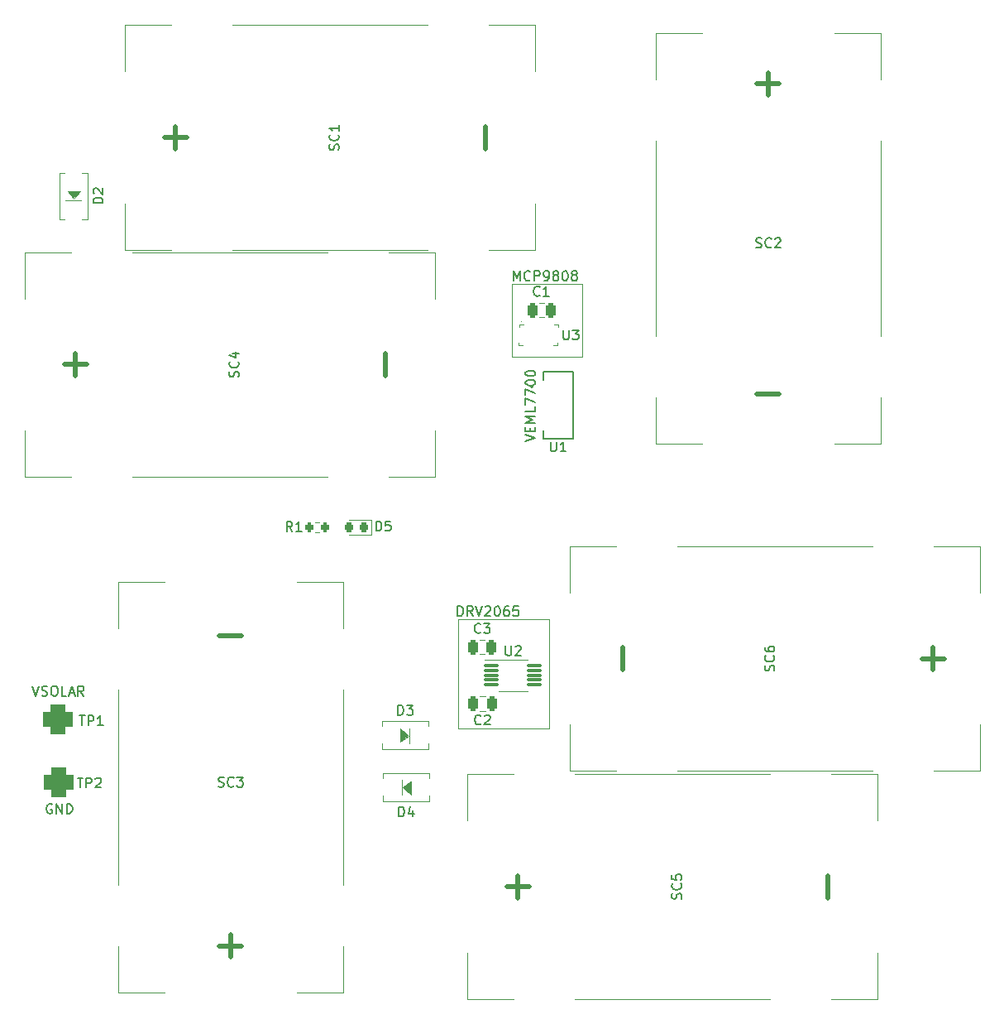
<source format=gbr>
%TF.GenerationSoftware,KiCad,Pcbnew,(6.0.11)*%
%TF.CreationDate,2023-03-22T16:16:07-07:00*%
%TF.ProjectId,solar-panel-side-Z,736f6c61-722d-4706-916e-656c2d736964,3.0*%
%TF.SameCoordinates,Original*%
%TF.FileFunction,Legend,Top*%
%TF.FilePolarity,Positive*%
%FSLAX46Y46*%
G04 Gerber Fmt 4.6, Leading zero omitted, Abs format (unit mm)*
G04 Created by KiCad (PCBNEW (6.0.11)) date 2023-03-22 16:16:07*
%MOMM*%
%LPD*%
G01*
G04 APERTURE LIST*
G04 Aperture macros list*
%AMRoundRect*
0 Rectangle with rounded corners*
0 $1 Rounding radius*
0 $2 $3 $4 $5 $6 $7 $8 $9 X,Y pos of 4 corners*
0 Add a 4 corners polygon primitive as box body*
4,1,4,$2,$3,$4,$5,$6,$7,$8,$9,$2,$3,0*
0 Add four circle primitives for the rounded corners*
1,1,$1+$1,$2,$3*
1,1,$1+$1,$4,$5*
1,1,$1+$1,$6,$7*
1,1,$1+$1,$8,$9*
0 Add four rect primitives between the rounded corners*
20,1,$1+$1,$2,$3,$4,$5,0*
20,1,$1+$1,$4,$5,$6,$7,0*
20,1,$1+$1,$6,$7,$8,$9,0*
20,1,$1+$1,$8,$9,$2,$3,0*%
G04 Aperture macros list end*
%ADD10C,0.120000*%
%ADD11C,0.150000*%
%ADD12C,0.500000*%
%ADD13C,0.100000*%
%ADD14C,0.127000*%
%ADD15C,0.200000*%
%ADD16C,5.250000*%
%ADD17R,2.500000X1.700000*%
%ADD18RoundRect,0.750000X-0.750000X-0.750000X0.750000X-0.750000X0.750000X0.750000X-0.750000X0.750000X0*%
%ADD19RoundRect,0.218750X0.218750X0.256250X-0.218750X0.256250X-0.218750X-0.256250X0.218750X-0.256250X0*%
%ADD20RoundRect,0.250000X0.250000X0.475000X-0.250000X0.475000X-0.250000X-0.475000X0.250000X-0.475000X0*%
%ADD21R,0.750000X0.300000*%
%ADD22R,1.750000X1.450000*%
%ADD23R,3.000000X13.000000*%
%ADD24R,13.000000X3.000000*%
%ADD25RoundRect,0.200000X-0.200000X-0.275000X0.200000X-0.275000X0.200000X0.275000X-0.200000X0.275000X0*%
%ADD26RoundRect,0.075000X-0.650000X-0.075000X0.650000X-0.075000X0.650000X0.075000X-0.650000X0.075000X0*%
%ADD27R,1.600000X0.700000*%
%ADD28R,1.700000X2.500000*%
%ADD29C,1.800000*%
%ADD30R,3.000000X3.000000*%
%ADD31C,3.000000*%
G04 APERTURE END LIST*
D10*
X150520000Y-61600000D02*
X157730000Y-61600000D01*
X157730000Y-61600000D02*
X157730000Y-69090000D01*
X157730000Y-69090000D02*
X150520000Y-69090000D01*
X150520000Y-69090000D02*
X150520000Y-61600000D01*
X145010000Y-95900000D02*
X154370000Y-95900000D01*
X154370000Y-95900000D02*
X154370000Y-107040000D01*
X154370000Y-107040000D02*
X145010000Y-107040000D01*
X145010000Y-107040000D02*
X145010000Y-95900000D01*
D11*
X103428095Y-114830000D02*
X103332857Y-114782380D01*
X103190000Y-114782380D01*
X103047142Y-114830000D01*
X102951904Y-114925238D01*
X102904285Y-115020476D01*
X102856666Y-115210952D01*
X102856666Y-115353809D01*
X102904285Y-115544285D01*
X102951904Y-115639523D01*
X103047142Y-115734761D01*
X103190000Y-115782380D01*
X103285238Y-115782380D01*
X103428095Y-115734761D01*
X103475714Y-115687142D01*
X103475714Y-115353809D01*
X103285238Y-115353809D01*
X103904285Y-115782380D02*
X103904285Y-114782380D01*
X104475714Y-115782380D01*
X104475714Y-114782380D01*
X104951904Y-115782380D02*
X104951904Y-114782380D01*
X105190000Y-114782380D01*
X105332857Y-114830000D01*
X105428095Y-114925238D01*
X105475714Y-115020476D01*
X105523333Y-115210952D01*
X105523333Y-115353809D01*
X105475714Y-115544285D01*
X105428095Y-115639523D01*
X105332857Y-115734761D01*
X105190000Y-115782380D01*
X104951904Y-115782380D01*
X151912380Y-77696666D02*
X152912380Y-77363333D01*
X151912380Y-77030000D01*
X152388571Y-76696666D02*
X152388571Y-76363333D01*
X152912380Y-76220476D02*
X152912380Y-76696666D01*
X151912380Y-76696666D01*
X151912380Y-76220476D01*
X152912380Y-75791904D02*
X151912380Y-75791904D01*
X152626666Y-75458571D01*
X151912380Y-75125238D01*
X152912380Y-75125238D01*
X152912380Y-74172857D02*
X152912380Y-74649047D01*
X151912380Y-74649047D01*
X151912380Y-73934761D02*
X151912380Y-73268095D01*
X152912380Y-73696666D01*
X151912380Y-72982380D02*
X151912380Y-72315714D01*
X152912380Y-72744285D01*
X151912380Y-71744285D02*
X151912380Y-71649047D01*
X151960000Y-71553809D01*
X152007619Y-71506190D01*
X152102857Y-71458571D01*
X152293333Y-71410952D01*
X152531428Y-71410952D01*
X152721904Y-71458571D01*
X152817142Y-71506190D01*
X152864761Y-71553809D01*
X152912380Y-71649047D01*
X152912380Y-71744285D01*
X152864761Y-71839523D01*
X152817142Y-71887142D01*
X152721904Y-71934761D01*
X152531428Y-71982380D01*
X152293333Y-71982380D01*
X152102857Y-71934761D01*
X152007619Y-71887142D01*
X151960000Y-71839523D01*
X151912380Y-71744285D01*
X151912380Y-70791904D02*
X151912380Y-70696666D01*
X151960000Y-70601428D01*
X152007619Y-70553809D01*
X152102857Y-70506190D01*
X152293333Y-70458571D01*
X152531428Y-70458571D01*
X152721904Y-70506190D01*
X152817142Y-70553809D01*
X152864761Y-70601428D01*
X152912380Y-70696666D01*
X152912380Y-70791904D01*
X152864761Y-70887142D01*
X152817142Y-70934761D01*
X152721904Y-70982380D01*
X152531428Y-71030000D01*
X152293333Y-71030000D01*
X152102857Y-70982380D01*
X152007619Y-70934761D01*
X151960000Y-70887142D01*
X151912380Y-70791904D01*
X150671904Y-61272380D02*
X150671904Y-60272380D01*
X151005238Y-60986666D01*
X151338571Y-60272380D01*
X151338571Y-61272380D01*
X152386190Y-61177142D02*
X152338571Y-61224761D01*
X152195714Y-61272380D01*
X152100476Y-61272380D01*
X151957619Y-61224761D01*
X151862380Y-61129523D01*
X151814761Y-61034285D01*
X151767142Y-60843809D01*
X151767142Y-60700952D01*
X151814761Y-60510476D01*
X151862380Y-60415238D01*
X151957619Y-60320000D01*
X152100476Y-60272380D01*
X152195714Y-60272380D01*
X152338571Y-60320000D01*
X152386190Y-60367619D01*
X152814761Y-61272380D02*
X152814761Y-60272380D01*
X153195714Y-60272380D01*
X153290952Y-60320000D01*
X153338571Y-60367619D01*
X153386190Y-60462857D01*
X153386190Y-60605714D01*
X153338571Y-60700952D01*
X153290952Y-60748571D01*
X153195714Y-60796190D01*
X152814761Y-60796190D01*
X153862380Y-61272380D02*
X154052857Y-61272380D01*
X154148095Y-61224761D01*
X154195714Y-61177142D01*
X154290952Y-61034285D01*
X154338571Y-60843809D01*
X154338571Y-60462857D01*
X154290952Y-60367619D01*
X154243333Y-60320000D01*
X154148095Y-60272380D01*
X153957619Y-60272380D01*
X153862380Y-60320000D01*
X153814761Y-60367619D01*
X153767142Y-60462857D01*
X153767142Y-60700952D01*
X153814761Y-60796190D01*
X153862380Y-60843809D01*
X153957619Y-60891428D01*
X154148095Y-60891428D01*
X154243333Y-60843809D01*
X154290952Y-60796190D01*
X154338571Y-60700952D01*
X154910000Y-60700952D02*
X154814761Y-60653333D01*
X154767142Y-60605714D01*
X154719523Y-60510476D01*
X154719523Y-60462857D01*
X154767142Y-60367619D01*
X154814761Y-60320000D01*
X154910000Y-60272380D01*
X155100476Y-60272380D01*
X155195714Y-60320000D01*
X155243333Y-60367619D01*
X155290952Y-60462857D01*
X155290952Y-60510476D01*
X155243333Y-60605714D01*
X155195714Y-60653333D01*
X155100476Y-60700952D01*
X154910000Y-60700952D01*
X154814761Y-60748571D01*
X154767142Y-60796190D01*
X154719523Y-60891428D01*
X154719523Y-61081904D01*
X154767142Y-61177142D01*
X154814761Y-61224761D01*
X154910000Y-61272380D01*
X155100476Y-61272380D01*
X155195714Y-61224761D01*
X155243333Y-61177142D01*
X155290952Y-61081904D01*
X155290952Y-60891428D01*
X155243333Y-60796190D01*
X155195714Y-60748571D01*
X155100476Y-60700952D01*
X155910000Y-60272380D02*
X156005238Y-60272380D01*
X156100476Y-60320000D01*
X156148095Y-60367619D01*
X156195714Y-60462857D01*
X156243333Y-60653333D01*
X156243333Y-60891428D01*
X156195714Y-61081904D01*
X156148095Y-61177142D01*
X156100476Y-61224761D01*
X156005238Y-61272380D01*
X155910000Y-61272380D01*
X155814761Y-61224761D01*
X155767142Y-61177142D01*
X155719523Y-61081904D01*
X155671904Y-60891428D01*
X155671904Y-60653333D01*
X155719523Y-60462857D01*
X155767142Y-60367619D01*
X155814761Y-60320000D01*
X155910000Y-60272380D01*
X156814761Y-60700952D02*
X156719523Y-60653333D01*
X156671904Y-60605714D01*
X156624285Y-60510476D01*
X156624285Y-60462857D01*
X156671904Y-60367619D01*
X156719523Y-60320000D01*
X156814761Y-60272380D01*
X157005238Y-60272380D01*
X157100476Y-60320000D01*
X157148095Y-60367619D01*
X157195714Y-60462857D01*
X157195714Y-60510476D01*
X157148095Y-60605714D01*
X157100476Y-60653333D01*
X157005238Y-60700952D01*
X156814761Y-60700952D01*
X156719523Y-60748571D01*
X156671904Y-60796190D01*
X156624285Y-60891428D01*
X156624285Y-61081904D01*
X156671904Y-61177142D01*
X156719523Y-61224761D01*
X156814761Y-61272380D01*
X157005238Y-61272380D01*
X157100476Y-61224761D01*
X157148095Y-61177142D01*
X157195714Y-61081904D01*
X157195714Y-60891428D01*
X157148095Y-60796190D01*
X157100476Y-60748571D01*
X157005238Y-60700952D01*
X144964761Y-95562380D02*
X144964761Y-94562380D01*
X145202857Y-94562380D01*
X145345714Y-94610000D01*
X145440952Y-94705238D01*
X145488571Y-94800476D01*
X145536190Y-94990952D01*
X145536190Y-95133809D01*
X145488571Y-95324285D01*
X145440952Y-95419523D01*
X145345714Y-95514761D01*
X145202857Y-95562380D01*
X144964761Y-95562380D01*
X146536190Y-95562380D02*
X146202857Y-95086190D01*
X145964761Y-95562380D02*
X145964761Y-94562380D01*
X146345714Y-94562380D01*
X146440952Y-94610000D01*
X146488571Y-94657619D01*
X146536190Y-94752857D01*
X146536190Y-94895714D01*
X146488571Y-94990952D01*
X146440952Y-95038571D01*
X146345714Y-95086190D01*
X145964761Y-95086190D01*
X146821904Y-94562380D02*
X147155238Y-95562380D01*
X147488571Y-94562380D01*
X147774285Y-94657619D02*
X147821904Y-94610000D01*
X147917142Y-94562380D01*
X148155238Y-94562380D01*
X148250476Y-94610000D01*
X148298095Y-94657619D01*
X148345714Y-94752857D01*
X148345714Y-94848095D01*
X148298095Y-94990952D01*
X147726666Y-95562380D01*
X148345714Y-95562380D01*
X148964761Y-94562380D02*
X149060000Y-94562380D01*
X149155238Y-94610000D01*
X149202857Y-94657619D01*
X149250476Y-94752857D01*
X149298095Y-94943333D01*
X149298095Y-95181428D01*
X149250476Y-95371904D01*
X149202857Y-95467142D01*
X149155238Y-95514761D01*
X149060000Y-95562380D01*
X148964761Y-95562380D01*
X148869523Y-95514761D01*
X148821904Y-95467142D01*
X148774285Y-95371904D01*
X148726666Y-95181428D01*
X148726666Y-94943333D01*
X148774285Y-94752857D01*
X148821904Y-94657619D01*
X148869523Y-94610000D01*
X148964761Y-94562380D01*
X150155238Y-94562380D02*
X149964761Y-94562380D01*
X149869523Y-94610000D01*
X149821904Y-94657619D01*
X149726666Y-94800476D01*
X149679047Y-94990952D01*
X149679047Y-95371904D01*
X149726666Y-95467142D01*
X149774285Y-95514761D01*
X149869523Y-95562380D01*
X150060000Y-95562380D01*
X150155238Y-95514761D01*
X150202857Y-95467142D01*
X150250476Y-95371904D01*
X150250476Y-95133809D01*
X150202857Y-95038571D01*
X150155238Y-94990952D01*
X150060000Y-94943333D01*
X149869523Y-94943333D01*
X149774285Y-94990952D01*
X149726666Y-95038571D01*
X149679047Y-95133809D01*
X151155238Y-94562380D02*
X150679047Y-94562380D01*
X150631428Y-95038571D01*
X150679047Y-94990952D01*
X150774285Y-94943333D01*
X151012380Y-94943333D01*
X151107619Y-94990952D01*
X151155238Y-95038571D01*
X151202857Y-95133809D01*
X151202857Y-95371904D01*
X151155238Y-95467142D01*
X151107619Y-95514761D01*
X151012380Y-95562380D01*
X150774285Y-95562380D01*
X150679047Y-95514761D01*
X150631428Y-95467142D01*
X101443333Y-102732380D02*
X101776666Y-103732380D01*
X102110000Y-102732380D01*
X102395714Y-103684761D02*
X102538571Y-103732380D01*
X102776666Y-103732380D01*
X102871904Y-103684761D01*
X102919523Y-103637142D01*
X102967142Y-103541904D01*
X102967142Y-103446666D01*
X102919523Y-103351428D01*
X102871904Y-103303809D01*
X102776666Y-103256190D01*
X102586190Y-103208571D01*
X102490952Y-103160952D01*
X102443333Y-103113333D01*
X102395714Y-103018095D01*
X102395714Y-102922857D01*
X102443333Y-102827619D01*
X102490952Y-102780000D01*
X102586190Y-102732380D01*
X102824285Y-102732380D01*
X102967142Y-102780000D01*
X103586190Y-102732380D02*
X103776666Y-102732380D01*
X103871904Y-102780000D01*
X103967142Y-102875238D01*
X104014761Y-103065714D01*
X104014761Y-103399047D01*
X103967142Y-103589523D01*
X103871904Y-103684761D01*
X103776666Y-103732380D01*
X103586190Y-103732380D01*
X103490952Y-103684761D01*
X103395714Y-103589523D01*
X103348095Y-103399047D01*
X103348095Y-103065714D01*
X103395714Y-102875238D01*
X103490952Y-102780000D01*
X103586190Y-102732380D01*
X104919523Y-103732380D02*
X104443333Y-103732380D01*
X104443333Y-102732380D01*
X105205238Y-103446666D02*
X105681428Y-103446666D01*
X105110000Y-103732380D02*
X105443333Y-102732380D01*
X105776666Y-103732380D01*
X106681428Y-103732380D02*
X106348095Y-103256190D01*
X106110000Y-103732380D02*
X106110000Y-102732380D01*
X106490952Y-102732380D01*
X106586190Y-102780000D01*
X106633809Y-102827619D01*
X106681428Y-102922857D01*
X106681428Y-103065714D01*
X106633809Y-103160952D01*
X106586190Y-103208571D01*
X106490952Y-103256190D01*
X106110000Y-103256190D01*
%TO.C,J4*%
X110166666Y-84952380D02*
X110166666Y-85666666D01*
X110119047Y-85809523D01*
X110023809Y-85904761D01*
X109880952Y-85952380D01*
X109785714Y-85952380D01*
X111071428Y-85285714D02*
X111071428Y-85952380D01*
X110833333Y-84904761D02*
X110595238Y-85619047D01*
X111214285Y-85619047D01*
%TO.C,J5*%
X141416666Y-123952380D02*
X141416666Y-124666666D01*
X141369047Y-124809523D01*
X141273809Y-124904761D01*
X141130952Y-124952380D01*
X141035714Y-124952380D01*
X142369047Y-123952380D02*
X141892857Y-123952380D01*
X141845238Y-124428571D01*
X141892857Y-124380952D01*
X141988095Y-124333333D01*
X142226190Y-124333333D01*
X142321428Y-124380952D01*
X142369047Y-124428571D01*
X142416666Y-124523809D01*
X142416666Y-124761904D01*
X142369047Y-124857142D01*
X142321428Y-124904761D01*
X142226190Y-124952380D01*
X141988095Y-124952380D01*
X141892857Y-124904761D01*
X141845238Y-124857142D01*
%TO.C,J6*%
X156916666Y-45952380D02*
X156916666Y-46666666D01*
X156869047Y-46809523D01*
X156773809Y-46904761D01*
X156630952Y-46952380D01*
X156535714Y-46952380D01*
X157821428Y-45952380D02*
X157630952Y-45952380D01*
X157535714Y-46000000D01*
X157488095Y-46047619D01*
X157392857Y-46190476D01*
X157345238Y-46380952D01*
X157345238Y-46761904D01*
X157392857Y-46857142D01*
X157440476Y-46904761D01*
X157535714Y-46952380D01*
X157726190Y-46952380D01*
X157821428Y-46904761D01*
X157869047Y-46857142D01*
X157916666Y-46761904D01*
X157916666Y-46523809D01*
X157869047Y-46428571D01*
X157821428Y-46380952D01*
X157726190Y-46333333D01*
X157535714Y-46333333D01*
X157440476Y-46380952D01*
X157392857Y-46428571D01*
X157345238Y-46523809D01*
%TO.C,J7*%
X188166666Y-84952380D02*
X188166666Y-85666666D01*
X188119047Y-85809523D01*
X188023809Y-85904761D01*
X187880952Y-85952380D01*
X187785714Y-85952380D01*
X188547619Y-84952380D02*
X189214285Y-84952380D01*
X188785714Y-85952380D01*
%TO.C,D3*%
X138851904Y-105682380D02*
X138851904Y-104682380D01*
X139090000Y-104682380D01*
X139232857Y-104730000D01*
X139328095Y-104825238D01*
X139375714Y-104920476D01*
X139423333Y-105110952D01*
X139423333Y-105253809D01*
X139375714Y-105444285D01*
X139328095Y-105539523D01*
X139232857Y-105634761D01*
X139090000Y-105682380D01*
X138851904Y-105682380D01*
X139756666Y-104682380D02*
X140375714Y-104682380D01*
X140042380Y-105063333D01*
X140185238Y-105063333D01*
X140280476Y-105110952D01*
X140328095Y-105158571D01*
X140375714Y-105253809D01*
X140375714Y-105491904D01*
X140328095Y-105587142D01*
X140280476Y-105634761D01*
X140185238Y-105682380D01*
X139899523Y-105682380D01*
X139804285Y-105634761D01*
X139756666Y-105587142D01*
%TO.C,TP1*%
X106228095Y-105752380D02*
X106799523Y-105752380D01*
X106513809Y-106752380D02*
X106513809Y-105752380D01*
X107132857Y-106752380D02*
X107132857Y-105752380D01*
X107513809Y-105752380D01*
X107609047Y-105800000D01*
X107656666Y-105847619D01*
X107704285Y-105942857D01*
X107704285Y-106085714D01*
X107656666Y-106180952D01*
X107609047Y-106228571D01*
X107513809Y-106276190D01*
X107132857Y-106276190D01*
X108656666Y-106752380D02*
X108085238Y-106752380D01*
X108370952Y-106752380D02*
X108370952Y-105752380D01*
X108275714Y-105895238D01*
X108180476Y-105990476D01*
X108085238Y-106038095D01*
%TO.C,D5*%
X136599404Y-86872380D02*
X136599404Y-85872380D01*
X136837500Y-85872380D01*
X136980357Y-85920000D01*
X137075595Y-86015238D01*
X137123214Y-86110476D01*
X137170833Y-86300952D01*
X137170833Y-86443809D01*
X137123214Y-86634285D01*
X137075595Y-86729523D01*
X136980357Y-86824761D01*
X136837500Y-86872380D01*
X136599404Y-86872380D01*
X138075595Y-85872380D02*
X137599404Y-85872380D01*
X137551785Y-86348571D01*
X137599404Y-86300952D01*
X137694642Y-86253333D01*
X137932738Y-86253333D01*
X138027976Y-86300952D01*
X138075595Y-86348571D01*
X138123214Y-86443809D01*
X138123214Y-86681904D01*
X138075595Y-86777142D01*
X138027976Y-86824761D01*
X137932738Y-86872380D01*
X137694642Y-86872380D01*
X137599404Y-86824761D01*
X137551785Y-86777142D01*
%TO.C,C3*%
X147313333Y-97227142D02*
X147265714Y-97274761D01*
X147122857Y-97322380D01*
X147027619Y-97322380D01*
X146884761Y-97274761D01*
X146789523Y-97179523D01*
X146741904Y-97084285D01*
X146694285Y-96893809D01*
X146694285Y-96750952D01*
X146741904Y-96560476D01*
X146789523Y-96465238D01*
X146884761Y-96370000D01*
X147027619Y-96322380D01*
X147122857Y-96322380D01*
X147265714Y-96370000D01*
X147313333Y-96417619D01*
X147646666Y-96322380D02*
X148265714Y-96322380D01*
X147932380Y-96703333D01*
X148075238Y-96703333D01*
X148170476Y-96750952D01*
X148218095Y-96798571D01*
X148265714Y-96893809D01*
X148265714Y-97131904D01*
X148218095Y-97227142D01*
X148170476Y-97274761D01*
X148075238Y-97322380D01*
X147789523Y-97322380D01*
X147694285Y-97274761D01*
X147646666Y-97227142D01*
%TO.C,U3*%
X155768095Y-66312380D02*
X155768095Y-67121904D01*
X155815714Y-67217142D01*
X155863333Y-67264761D01*
X155958571Y-67312380D01*
X156149047Y-67312380D01*
X156244285Y-67264761D01*
X156291904Y-67217142D01*
X156339523Y-67121904D01*
X156339523Y-66312380D01*
X156720476Y-66312380D02*
X157339523Y-66312380D01*
X157006190Y-66693333D01*
X157149047Y-66693333D01*
X157244285Y-66740952D01*
X157291904Y-66788571D01*
X157339523Y-66883809D01*
X157339523Y-67121904D01*
X157291904Y-67217142D01*
X157244285Y-67264761D01*
X157149047Y-67312380D01*
X156863333Y-67312380D01*
X156768095Y-67264761D01*
X156720476Y-67217142D01*
%TO.C,SC5*%
X167834761Y-124501904D02*
X167882380Y-124359047D01*
X167882380Y-124120952D01*
X167834761Y-124025714D01*
X167787142Y-123978095D01*
X167691904Y-123930476D01*
X167596666Y-123930476D01*
X167501428Y-123978095D01*
X167453809Y-124025714D01*
X167406190Y-124120952D01*
X167358571Y-124311428D01*
X167310952Y-124406666D01*
X167263333Y-124454285D01*
X167168095Y-124501904D01*
X167072857Y-124501904D01*
X166977619Y-124454285D01*
X166930000Y-124406666D01*
X166882380Y-124311428D01*
X166882380Y-124073333D01*
X166930000Y-123930476D01*
X167787142Y-122930476D02*
X167834761Y-122978095D01*
X167882380Y-123120952D01*
X167882380Y-123216190D01*
X167834761Y-123359047D01*
X167739523Y-123454285D01*
X167644285Y-123501904D01*
X167453809Y-123549523D01*
X167310952Y-123549523D01*
X167120476Y-123501904D01*
X167025238Y-123454285D01*
X166930000Y-123359047D01*
X166882380Y-123216190D01*
X166882380Y-123120952D01*
X166930000Y-122978095D01*
X166977619Y-122930476D01*
X166882380Y-122025714D02*
X166882380Y-122501904D01*
X167358571Y-122549523D01*
X167310952Y-122501904D01*
X167263333Y-122406666D01*
X167263333Y-122168571D01*
X167310952Y-122073333D01*
X167358571Y-122025714D01*
X167453809Y-121978095D01*
X167691904Y-121978095D01*
X167787142Y-122025714D01*
X167834761Y-122073333D01*
X167882380Y-122168571D01*
X167882380Y-122406666D01*
X167834761Y-122501904D01*
X167787142Y-122549523D01*
D12*
X151144285Y-124382857D02*
X151144285Y-122097142D01*
X152287142Y-123240000D02*
X150001428Y-123240000D01*
X182894285Y-124382857D02*
X182894285Y-122097142D01*
D11*
%TO.C,TP2*%
X106028095Y-112112380D02*
X106599523Y-112112380D01*
X106313809Y-113112380D02*
X106313809Y-112112380D01*
X106932857Y-113112380D02*
X106932857Y-112112380D01*
X107313809Y-112112380D01*
X107409047Y-112160000D01*
X107456666Y-112207619D01*
X107504285Y-112302857D01*
X107504285Y-112445714D01*
X107456666Y-112540952D01*
X107409047Y-112588571D01*
X107313809Y-112636190D01*
X106932857Y-112636190D01*
X107885238Y-112207619D02*
X107932857Y-112160000D01*
X108028095Y-112112380D01*
X108266190Y-112112380D01*
X108361428Y-112160000D01*
X108409047Y-112207619D01*
X108456666Y-112302857D01*
X108456666Y-112398095D01*
X108409047Y-112540952D01*
X107837619Y-113112380D01*
X108456666Y-113112380D01*
%TO.C,SC3*%
X120458095Y-112994761D02*
X120600952Y-113042380D01*
X120839047Y-113042380D01*
X120934285Y-112994761D01*
X120981904Y-112947142D01*
X121029523Y-112851904D01*
X121029523Y-112756666D01*
X120981904Y-112661428D01*
X120934285Y-112613809D01*
X120839047Y-112566190D01*
X120648571Y-112518571D01*
X120553333Y-112470952D01*
X120505714Y-112423333D01*
X120458095Y-112328095D01*
X120458095Y-112232857D01*
X120505714Y-112137619D01*
X120553333Y-112090000D01*
X120648571Y-112042380D01*
X120886666Y-112042380D01*
X121029523Y-112090000D01*
X122029523Y-112947142D02*
X121981904Y-112994761D01*
X121839047Y-113042380D01*
X121743809Y-113042380D01*
X121600952Y-112994761D01*
X121505714Y-112899523D01*
X121458095Y-112804285D01*
X121410476Y-112613809D01*
X121410476Y-112470952D01*
X121458095Y-112280476D01*
X121505714Y-112185238D01*
X121600952Y-112090000D01*
X121743809Y-112042380D01*
X121839047Y-112042380D01*
X121981904Y-112090000D01*
X122029523Y-112137619D01*
X122362857Y-112042380D02*
X122981904Y-112042380D01*
X122648571Y-112423333D01*
X122791428Y-112423333D01*
X122886666Y-112470952D01*
X122934285Y-112518571D01*
X122981904Y-112613809D01*
X122981904Y-112851904D01*
X122934285Y-112947142D01*
X122886666Y-112994761D01*
X122791428Y-113042380D01*
X122505714Y-113042380D01*
X122410476Y-112994761D01*
X122362857Y-112947142D01*
D12*
X120577142Y-97554285D02*
X122862857Y-97554285D01*
X120577142Y-129304285D02*
X122862857Y-129304285D01*
X121720000Y-130447142D02*
X121720000Y-128161428D01*
D11*
%TO.C,R1*%
X128035833Y-86907380D02*
X127702500Y-86431190D01*
X127464404Y-86907380D02*
X127464404Y-85907380D01*
X127845357Y-85907380D01*
X127940595Y-85955000D01*
X127988214Y-86002619D01*
X128035833Y-86097857D01*
X128035833Y-86240714D01*
X127988214Y-86335952D01*
X127940595Y-86383571D01*
X127845357Y-86431190D01*
X127464404Y-86431190D01*
X128988214Y-86907380D02*
X128416785Y-86907380D01*
X128702500Y-86907380D02*
X128702500Y-85907380D01*
X128607261Y-86050238D01*
X128512023Y-86145476D01*
X128416785Y-86193095D01*
%TO.C,C2*%
X147343333Y-106577142D02*
X147295714Y-106624761D01*
X147152857Y-106672380D01*
X147057619Y-106672380D01*
X146914761Y-106624761D01*
X146819523Y-106529523D01*
X146771904Y-106434285D01*
X146724285Y-106243809D01*
X146724285Y-106100952D01*
X146771904Y-105910476D01*
X146819523Y-105815238D01*
X146914761Y-105720000D01*
X147057619Y-105672380D01*
X147152857Y-105672380D01*
X147295714Y-105720000D01*
X147343333Y-105767619D01*
X147724285Y-105767619D02*
X147771904Y-105720000D01*
X147867142Y-105672380D01*
X148105238Y-105672380D01*
X148200476Y-105720000D01*
X148248095Y-105767619D01*
X148295714Y-105862857D01*
X148295714Y-105958095D01*
X148248095Y-106100952D01*
X147676666Y-106672380D01*
X148295714Y-106672380D01*
%TO.C,U2*%
X149878095Y-98612380D02*
X149878095Y-99421904D01*
X149925714Y-99517142D01*
X149973333Y-99564761D01*
X150068571Y-99612380D01*
X150259047Y-99612380D01*
X150354285Y-99564761D01*
X150401904Y-99517142D01*
X150449523Y-99421904D01*
X150449523Y-98612380D01*
X150878095Y-98707619D02*
X150925714Y-98660000D01*
X151020952Y-98612380D01*
X151259047Y-98612380D01*
X151354285Y-98660000D01*
X151401904Y-98707619D01*
X151449523Y-98802857D01*
X151449523Y-98898095D01*
X151401904Y-99040952D01*
X150830476Y-99612380D01*
X151449523Y-99612380D01*
%TO.C,D4*%
X138941904Y-116082380D02*
X138941904Y-115082380D01*
X139180000Y-115082380D01*
X139322857Y-115130000D01*
X139418095Y-115225238D01*
X139465714Y-115320476D01*
X139513333Y-115510952D01*
X139513333Y-115653809D01*
X139465714Y-115844285D01*
X139418095Y-115939523D01*
X139322857Y-116034761D01*
X139180000Y-116082380D01*
X138941904Y-116082380D01*
X140370476Y-115415714D02*
X140370476Y-116082380D01*
X140132380Y-115034761D02*
X139894285Y-115749047D01*
X140513333Y-115749047D01*
%TO.C,C1*%
X153363333Y-62752142D02*
X153315714Y-62799761D01*
X153172857Y-62847380D01*
X153077619Y-62847380D01*
X152934761Y-62799761D01*
X152839523Y-62704523D01*
X152791904Y-62609285D01*
X152744285Y-62418809D01*
X152744285Y-62275952D01*
X152791904Y-62085476D01*
X152839523Y-61990238D01*
X152934761Y-61895000D01*
X153077619Y-61847380D01*
X153172857Y-61847380D01*
X153315714Y-61895000D01*
X153363333Y-61942619D01*
X154315714Y-62847380D02*
X153744285Y-62847380D01*
X154030000Y-62847380D02*
X154030000Y-61847380D01*
X153934761Y-61990238D01*
X153839523Y-62085476D01*
X153744285Y-62133095D01*
%TO.C,U1*%
X154488095Y-77732380D02*
X154488095Y-78541904D01*
X154535714Y-78637142D01*
X154583333Y-78684761D01*
X154678571Y-78732380D01*
X154869047Y-78732380D01*
X154964285Y-78684761D01*
X155011904Y-78637142D01*
X155059523Y-78541904D01*
X155059523Y-77732380D01*
X156059523Y-78732380D02*
X155488095Y-78732380D01*
X155773809Y-78732380D02*
X155773809Y-77732380D01*
X155678571Y-77875238D01*
X155583333Y-77970476D01*
X155488095Y-78018095D01*
%TO.C,SC4*%
X122524761Y-71111904D02*
X122572380Y-70969047D01*
X122572380Y-70730952D01*
X122524761Y-70635714D01*
X122477142Y-70588095D01*
X122381904Y-70540476D01*
X122286666Y-70540476D01*
X122191428Y-70588095D01*
X122143809Y-70635714D01*
X122096190Y-70730952D01*
X122048571Y-70921428D01*
X122000952Y-71016666D01*
X121953333Y-71064285D01*
X121858095Y-71111904D01*
X121762857Y-71111904D01*
X121667619Y-71064285D01*
X121620000Y-71016666D01*
X121572380Y-70921428D01*
X121572380Y-70683333D01*
X121620000Y-70540476D01*
X122477142Y-69540476D02*
X122524761Y-69588095D01*
X122572380Y-69730952D01*
X122572380Y-69826190D01*
X122524761Y-69969047D01*
X122429523Y-70064285D01*
X122334285Y-70111904D01*
X122143809Y-70159523D01*
X122000952Y-70159523D01*
X121810476Y-70111904D01*
X121715238Y-70064285D01*
X121620000Y-69969047D01*
X121572380Y-69826190D01*
X121572380Y-69730952D01*
X121620000Y-69588095D01*
X121667619Y-69540476D01*
X121905714Y-68683333D02*
X122572380Y-68683333D01*
X121524761Y-68921428D02*
X122239047Y-69159523D01*
X122239047Y-68540476D01*
D12*
X105834285Y-70992857D02*
X105834285Y-68707142D01*
X106977142Y-69850000D02*
X104691428Y-69850000D01*
X137584285Y-70992857D02*
X137584285Y-68707142D01*
D11*
%TO.C,SC6*%
X177344761Y-101181904D02*
X177392380Y-101039047D01*
X177392380Y-100800952D01*
X177344761Y-100705714D01*
X177297142Y-100658095D01*
X177201904Y-100610476D01*
X177106666Y-100610476D01*
X177011428Y-100658095D01*
X176963809Y-100705714D01*
X176916190Y-100800952D01*
X176868571Y-100991428D01*
X176820952Y-101086666D01*
X176773333Y-101134285D01*
X176678095Y-101181904D01*
X176582857Y-101181904D01*
X176487619Y-101134285D01*
X176440000Y-101086666D01*
X176392380Y-100991428D01*
X176392380Y-100753333D01*
X176440000Y-100610476D01*
X177297142Y-99610476D02*
X177344761Y-99658095D01*
X177392380Y-99800952D01*
X177392380Y-99896190D01*
X177344761Y-100039047D01*
X177249523Y-100134285D01*
X177154285Y-100181904D01*
X176963809Y-100229523D01*
X176820952Y-100229523D01*
X176630476Y-100181904D01*
X176535238Y-100134285D01*
X176440000Y-100039047D01*
X176392380Y-99896190D01*
X176392380Y-99800952D01*
X176440000Y-99658095D01*
X176487619Y-99610476D01*
X176392380Y-98753333D02*
X176392380Y-98943809D01*
X176440000Y-99039047D01*
X176487619Y-99086666D01*
X176630476Y-99181904D01*
X176820952Y-99229523D01*
X177201904Y-99229523D01*
X177297142Y-99181904D01*
X177344761Y-99134285D01*
X177392380Y-99039047D01*
X177392380Y-98848571D01*
X177344761Y-98753333D01*
X177297142Y-98705714D01*
X177201904Y-98658095D01*
X176963809Y-98658095D01*
X176868571Y-98705714D01*
X176820952Y-98753333D01*
X176773333Y-98848571D01*
X176773333Y-99039047D01*
X176820952Y-99134285D01*
X176868571Y-99181904D01*
X176963809Y-99229523D01*
D12*
X193654285Y-101062857D02*
X193654285Y-98777142D01*
X194797142Y-99920000D02*
X192511428Y-99920000D01*
X161904285Y-101062857D02*
X161904285Y-98777142D01*
D11*
%TO.C,SC2*%
X175498095Y-57844761D02*
X175640952Y-57892380D01*
X175879047Y-57892380D01*
X175974285Y-57844761D01*
X176021904Y-57797142D01*
X176069523Y-57701904D01*
X176069523Y-57606666D01*
X176021904Y-57511428D01*
X175974285Y-57463809D01*
X175879047Y-57416190D01*
X175688571Y-57368571D01*
X175593333Y-57320952D01*
X175545714Y-57273333D01*
X175498095Y-57178095D01*
X175498095Y-57082857D01*
X175545714Y-56987619D01*
X175593333Y-56940000D01*
X175688571Y-56892380D01*
X175926666Y-56892380D01*
X176069523Y-56940000D01*
X177069523Y-57797142D02*
X177021904Y-57844761D01*
X176879047Y-57892380D01*
X176783809Y-57892380D01*
X176640952Y-57844761D01*
X176545714Y-57749523D01*
X176498095Y-57654285D01*
X176450476Y-57463809D01*
X176450476Y-57320952D01*
X176498095Y-57130476D01*
X176545714Y-57035238D01*
X176640952Y-56940000D01*
X176783809Y-56892380D01*
X176879047Y-56892380D01*
X177021904Y-56940000D01*
X177069523Y-56987619D01*
X177450476Y-56987619D02*
X177498095Y-56940000D01*
X177593333Y-56892380D01*
X177831428Y-56892380D01*
X177926666Y-56940000D01*
X177974285Y-56987619D01*
X178021904Y-57082857D01*
X178021904Y-57178095D01*
X177974285Y-57320952D01*
X177402857Y-57892380D01*
X178021904Y-57892380D01*
D12*
X175617142Y-41154285D02*
X177902857Y-41154285D01*
X176760000Y-42297142D02*
X176760000Y-40011428D01*
X175617142Y-72904285D02*
X177902857Y-72904285D01*
D11*
%TO.C,D2*%
X108642380Y-53328095D02*
X107642380Y-53328095D01*
X107642380Y-53090000D01*
X107690000Y-52947142D01*
X107785238Y-52851904D01*
X107880476Y-52804285D01*
X108070952Y-52756666D01*
X108213809Y-52756666D01*
X108404285Y-52804285D01*
X108499523Y-52851904D01*
X108594761Y-52947142D01*
X108642380Y-53090000D01*
X108642380Y-53328095D01*
X107737619Y-52375714D02*
X107690000Y-52328095D01*
X107642380Y-52232857D01*
X107642380Y-51994761D01*
X107690000Y-51899523D01*
X107737619Y-51851904D01*
X107832857Y-51804285D01*
X107928095Y-51804285D01*
X108070952Y-51851904D01*
X108642380Y-52423333D01*
X108642380Y-51804285D01*
%TO.C,SC1*%
X132774761Y-47891904D02*
X132822380Y-47749047D01*
X132822380Y-47510952D01*
X132774761Y-47415714D01*
X132727142Y-47368095D01*
X132631904Y-47320476D01*
X132536666Y-47320476D01*
X132441428Y-47368095D01*
X132393809Y-47415714D01*
X132346190Y-47510952D01*
X132298571Y-47701428D01*
X132250952Y-47796666D01*
X132203333Y-47844285D01*
X132108095Y-47891904D01*
X132012857Y-47891904D01*
X131917619Y-47844285D01*
X131870000Y-47796666D01*
X131822380Y-47701428D01*
X131822380Y-47463333D01*
X131870000Y-47320476D01*
X132727142Y-46320476D02*
X132774761Y-46368095D01*
X132822380Y-46510952D01*
X132822380Y-46606190D01*
X132774761Y-46749047D01*
X132679523Y-46844285D01*
X132584285Y-46891904D01*
X132393809Y-46939523D01*
X132250952Y-46939523D01*
X132060476Y-46891904D01*
X131965238Y-46844285D01*
X131870000Y-46749047D01*
X131822380Y-46606190D01*
X131822380Y-46510952D01*
X131870000Y-46368095D01*
X131917619Y-46320476D01*
X132822380Y-45368095D02*
X132822380Y-45939523D01*
X132822380Y-45653809D02*
X131822380Y-45653809D01*
X131965238Y-45749047D01*
X132060476Y-45844285D01*
X132108095Y-45939523D01*
D12*
X147834285Y-47772857D02*
X147834285Y-45487142D01*
X116084285Y-47772857D02*
X116084285Y-45487142D01*
X117227142Y-46630000D02*
X114941428Y-46630000D01*
D10*
%TO.C,D3*%
X141965000Y-109220000D02*
X137215000Y-109220000D01*
X141965000Y-106320000D02*
X141965000Y-109220000D01*
X140021800Y-108582800D02*
X140021800Y-107033400D01*
X137215000Y-106320000D02*
X137215000Y-109220000D01*
X141965000Y-106320000D02*
X137215000Y-106320000D01*
G36*
X139894800Y-107795400D02*
G01*
X139082000Y-108405000D01*
X139082000Y-107058800D01*
X139894800Y-107795400D01*
G37*
D13*
X139894800Y-107795400D02*
X139082000Y-108405000D01*
X139082000Y-107058800D01*
X139894800Y-107795400D01*
D10*
%TO.C,D5*%
X136087500Y-87215000D02*
X136087500Y-85745000D01*
X133802500Y-87215000D02*
X136087500Y-87215000D01*
X136087500Y-85745000D02*
X133802500Y-85745000D01*
%TO.C,C3*%
X147741252Y-98015000D02*
X147218748Y-98015000D01*
X147741252Y-99485000D02*
X147218748Y-99485000D01*
%TO.C,U3*%
X151580000Y-65780000D02*
X151280000Y-65780000D01*
X154880000Y-67880000D02*
X155180000Y-67880000D01*
X155180000Y-67880000D02*
X154880000Y-67880000D01*
X155180000Y-67880000D02*
X155180000Y-67630000D01*
X154930000Y-65780000D02*
X154830000Y-65780000D01*
X151280000Y-65780000D02*
X151280000Y-66030000D01*
X155230000Y-65780000D02*
X154930000Y-65780000D01*
X151230000Y-67880000D02*
X151230000Y-67630000D01*
X151280000Y-65780000D02*
X151580000Y-65780000D01*
X154880000Y-67880000D02*
X154780000Y-67880000D01*
X155230000Y-65780000D02*
X155230000Y-66030000D01*
X151230000Y-67880000D02*
X151530000Y-67880000D01*
X154930000Y-65780000D02*
X155230000Y-65780000D01*
X151530000Y-67880000D02*
X151630000Y-67880000D01*
X151530000Y-67880000D02*
X151230000Y-67880000D01*
X151580000Y-65780000D02*
X151680000Y-65780000D01*
X151480000Y-65480000D02*
G75*
G03*
X151480000Y-65480000I-50000J0D01*
G01*
%TO.C,SC5*%
X166930000Y-134740000D02*
X156930000Y-134740000D01*
X156930000Y-134740000D02*
X176930000Y-134740000D01*
X145930000Y-129990000D02*
X145930000Y-134740000D01*
X187930000Y-134740000D02*
X183180000Y-134740000D01*
X145930000Y-134740000D02*
X145930000Y-129990000D01*
X145930000Y-116490000D02*
X145930000Y-111740000D01*
X166930000Y-111740000D02*
X156930000Y-111740000D01*
X145930000Y-134740000D02*
X150680000Y-134740000D01*
X187930000Y-111740000D02*
X183180000Y-111740000D01*
X187930000Y-134740000D02*
X187930000Y-129990000D01*
X175180000Y-111740000D02*
X166930000Y-111740000D01*
X166930000Y-111740000D02*
X176930000Y-111740000D01*
X156930000Y-111740000D02*
X175180000Y-111740000D01*
X187930000Y-116490000D02*
X187930000Y-111740000D01*
X145930000Y-111740000D02*
X150680000Y-111740000D01*
%TO.C,SC3*%
X133220000Y-134090000D02*
X128470000Y-134090000D01*
X110220000Y-113090000D02*
X110220000Y-123090000D01*
X133220000Y-113090000D02*
X133220000Y-123090000D01*
X133220000Y-134090000D02*
X133220000Y-129340000D01*
X114970000Y-92090000D02*
X110220000Y-92090000D01*
X114970000Y-134090000D02*
X110220000Y-134090000D01*
X128470000Y-134090000D02*
X133220000Y-134090000D01*
X110220000Y-104840000D02*
X110220000Y-113090000D01*
X133220000Y-123090000D02*
X133220000Y-103090000D01*
X133220000Y-92090000D02*
X133220000Y-96840000D01*
X110220000Y-113090000D02*
X110220000Y-103090000D01*
X110220000Y-134090000D02*
X110220000Y-129340000D01*
X133220000Y-92090000D02*
X128470000Y-92090000D01*
X110220000Y-123090000D02*
X110220000Y-104840000D01*
X110220000Y-92090000D02*
X110220000Y-96840000D01*
%TO.C,R1*%
X130355242Y-87042500D02*
X130829758Y-87042500D01*
X130355242Y-85997500D02*
X130829758Y-85997500D01*
%TO.C,C2*%
X147771252Y-103805000D02*
X147248748Y-103805000D01*
X147771252Y-105275000D02*
X147248748Y-105275000D01*
%TO.C,U2*%
X150640000Y-103220000D02*
X152140000Y-103220000D01*
X150640000Y-100000000D02*
X147715000Y-100000000D01*
X150640000Y-100000000D02*
X152140000Y-100000000D01*
X150640000Y-103220000D02*
X149140000Y-103220000D01*
%TO.C,D4*%
X139248200Y-112277200D02*
X139248200Y-113826600D01*
X137305000Y-114540000D02*
X142055000Y-114540000D01*
X137305000Y-114540000D02*
X137305000Y-111640000D01*
X137305000Y-111640000D02*
X142055000Y-111640000D01*
X142055000Y-114540000D02*
X142055000Y-111640000D01*
G36*
X140188000Y-113801200D02*
G01*
X139375200Y-113064600D01*
X140188000Y-112455000D01*
X140188000Y-113801200D01*
G37*
D13*
X140188000Y-113801200D02*
X139375200Y-113064600D01*
X140188000Y-112455000D01*
X140188000Y-113801200D01*
D10*
%TO.C,C1*%
X153811252Y-63550000D02*
X153288748Y-63550000D01*
X153811252Y-65020000D02*
X153288748Y-65020000D01*
D14*
%TO.C,U1*%
X153750000Y-71425000D02*
X153750000Y-70600000D01*
X153750000Y-70600000D02*
X156750000Y-70600000D01*
X156750000Y-77400000D02*
X153750000Y-77400000D01*
X156750000Y-70600000D02*
X156750000Y-77400000D01*
X153750000Y-77400000D02*
X153750000Y-76575000D01*
D15*
X152650000Y-72095000D02*
G75*
G03*
X152650000Y-72095000I-100000J0D01*
G01*
D10*
%TO.C,SC4*%
X142620000Y-81350000D02*
X142620000Y-76600000D01*
X121620000Y-58350000D02*
X111620000Y-58350000D01*
X142620000Y-63100000D02*
X142620000Y-58350000D01*
X111620000Y-81350000D02*
X131620000Y-81350000D01*
X100620000Y-81350000D02*
X105370000Y-81350000D01*
X142620000Y-58350000D02*
X137870000Y-58350000D01*
X100620000Y-76600000D02*
X100620000Y-81350000D01*
X100620000Y-58350000D02*
X105370000Y-58350000D01*
X121620000Y-58350000D02*
X131620000Y-58350000D01*
X111620000Y-58350000D02*
X129870000Y-58350000D01*
X121620000Y-81350000D02*
X111620000Y-81350000D01*
X142620000Y-81350000D02*
X137870000Y-81350000D01*
X100620000Y-63100000D02*
X100620000Y-58350000D01*
X100620000Y-81350000D02*
X100620000Y-76600000D01*
X129870000Y-58350000D02*
X121620000Y-58350000D01*
%TO.C,SC6*%
X169190000Y-111420000D02*
X177440000Y-111420000D01*
X187440000Y-111420000D02*
X169190000Y-111420000D01*
X156440000Y-88420000D02*
X156440000Y-93170000D01*
X198440000Y-111420000D02*
X193690000Y-111420000D01*
X156440000Y-88420000D02*
X161190000Y-88420000D01*
X177440000Y-111420000D02*
X167440000Y-111420000D01*
X187440000Y-88420000D02*
X167440000Y-88420000D01*
X177440000Y-88420000D02*
X187440000Y-88420000D01*
X198440000Y-106670000D02*
X198440000Y-111420000D01*
X177440000Y-111420000D02*
X187440000Y-111420000D01*
X198440000Y-93170000D02*
X198440000Y-88420000D01*
X198440000Y-88420000D02*
X193690000Y-88420000D01*
X198440000Y-88420000D02*
X198440000Y-93170000D01*
X156440000Y-106670000D02*
X156440000Y-111420000D01*
X156440000Y-111420000D02*
X161190000Y-111420000D01*
%TO.C,SC2*%
X188260000Y-56940000D02*
X188260000Y-66940000D01*
X165260000Y-35940000D02*
X170010000Y-35940000D01*
X188260000Y-65190000D02*
X188260000Y-56940000D01*
X188260000Y-77940000D02*
X188260000Y-73190000D01*
X188260000Y-46940000D02*
X188260000Y-65190000D01*
X188260000Y-35940000D02*
X188260000Y-40690000D01*
X165260000Y-77940000D02*
X170010000Y-77940000D01*
X183510000Y-35940000D02*
X188260000Y-35940000D01*
X165260000Y-56940000D02*
X165260000Y-46940000D01*
X170010000Y-35940000D02*
X165260000Y-35940000D01*
X188260000Y-56940000D02*
X188260000Y-46940000D01*
X165260000Y-77940000D02*
X165260000Y-73190000D01*
X165260000Y-46940000D02*
X165260000Y-66940000D01*
X165260000Y-35940000D02*
X165260000Y-40690000D01*
X183510000Y-77940000D02*
X188260000Y-77940000D01*
%TO.C,D2*%
X104837200Y-53021800D02*
X106386600Y-53021800D01*
X107100000Y-54965000D02*
X104200000Y-54965000D01*
X107100000Y-54965000D02*
X107100000Y-50215000D01*
X107100000Y-50215000D02*
X104200000Y-50215000D01*
X104200000Y-54965000D02*
X104200000Y-50215000D01*
G36*
X105624600Y-52894800D02*
G01*
X105015000Y-52082000D01*
X106361200Y-52082000D01*
X105624600Y-52894800D01*
G37*
D13*
X105624600Y-52894800D02*
X105015000Y-52082000D01*
X106361200Y-52082000D01*
X105624600Y-52894800D01*
D10*
%TO.C,SC1*%
X110870000Y-53380000D02*
X110870000Y-58130000D01*
X131870000Y-35130000D02*
X121870000Y-35130000D01*
X121870000Y-58130000D02*
X141870000Y-58130000D01*
X152870000Y-39880000D02*
X152870000Y-35130000D01*
X131870000Y-58130000D02*
X121870000Y-58130000D01*
X121870000Y-35130000D02*
X140120000Y-35130000D01*
X110870000Y-39880000D02*
X110870000Y-35130000D01*
X152870000Y-58130000D02*
X152870000Y-53380000D01*
X152870000Y-58130000D02*
X148120000Y-58130000D01*
X152870000Y-35130000D02*
X148120000Y-35130000D01*
X110870000Y-58130000D02*
X115620000Y-58130000D01*
X110870000Y-35130000D02*
X115620000Y-35130000D01*
X140120000Y-35130000D02*
X131870000Y-35130000D01*
X131870000Y-35130000D02*
X141870000Y-35130000D01*
X110870000Y-58130000D02*
X110870000Y-53380000D01*
%TD*%
%LPC*%
D16*
%TO.C,J4*%
X110500000Y-85000000D03*
%TD*%
%TO.C,J5*%
X141750000Y-124000000D03*
%TD*%
%TO.C,J6*%
X157250000Y-46000000D03*
%TD*%
%TO.C,J7*%
X188500000Y-85000000D03*
%TD*%
D17*
%TO.C,D3*%
X141590000Y-107770000D03*
X137590000Y-107770000D03*
%TD*%
D18*
%TO.C,TP1*%
X104050000Y-106110000D03*
%TD*%
D19*
%TO.C,D5*%
X135390000Y-86480000D03*
X133815000Y-86480000D03*
%TD*%
D20*
%TO.C,C3*%
X148430000Y-98750000D03*
X146530000Y-98750000D03*
%TD*%
D21*
%TO.C,U3*%
X151780000Y-66080000D03*
X151780000Y-66580000D03*
X151780000Y-67080000D03*
X151780000Y-67580000D03*
X154680000Y-67580000D03*
X154680000Y-67080000D03*
X154680000Y-66580000D03*
X154680000Y-66080000D03*
D22*
X153230000Y-66830000D03*
%TD*%
D23*
%TO.C,SC5*%
X146930000Y-123240000D03*
X186930000Y-123240000D03*
%TD*%
D18*
%TO.C,TP2*%
X104080000Y-112590000D03*
%TD*%
D24*
%TO.C,SC3*%
X121720000Y-133090000D03*
X121720000Y-93090000D03*
%TD*%
D25*
%TO.C,R1*%
X129767500Y-86520000D03*
X131417500Y-86520000D03*
%TD*%
D20*
%TO.C,C2*%
X148460000Y-104540000D03*
X146560000Y-104540000D03*
%TD*%
D26*
%TO.C,U2*%
X148440000Y-100610000D03*
X148440000Y-101110000D03*
X148440000Y-101610000D03*
X148440000Y-102110000D03*
X148440000Y-102610000D03*
X152840000Y-102610000D03*
X152840000Y-102110000D03*
X152840000Y-101610000D03*
X152840000Y-101110000D03*
X152840000Y-100610000D03*
%TD*%
D17*
%TO.C,D4*%
X137680000Y-113090000D03*
X141680000Y-113090000D03*
%TD*%
D20*
%TO.C,C1*%
X154500000Y-64285000D03*
X152600000Y-64285000D03*
%TD*%
D27*
%TO.C,U1*%
X154350000Y-72095000D03*
X154350000Y-73365000D03*
X154350000Y-74635000D03*
X154350000Y-75905000D03*
%TD*%
D23*
%TO.C,SC4*%
X101620000Y-69850000D03*
X141620000Y-69850000D03*
%TD*%
%TO.C,SC6*%
X197440000Y-99920000D03*
X157440000Y-99920000D03*
%TD*%
D24*
%TO.C,SC2*%
X176760000Y-36940000D03*
X176760000Y-76940000D03*
%TD*%
D28*
%TO.C,D2*%
X105650000Y-54590000D03*
X105650000Y-50590000D03*
%TD*%
D23*
%TO.C,SC1*%
X111870000Y-46630000D03*
X151870000Y-46630000D03*
%TD*%
D29*
%TO.C,J2*%
X150850000Y-82450000D03*
X150850000Y-85950000D03*
%TD*%
D30*
%TO.C,J3*%
X146000000Y-86710000D03*
D31*
X146000000Y-81630000D03*
%TD*%
M02*

</source>
